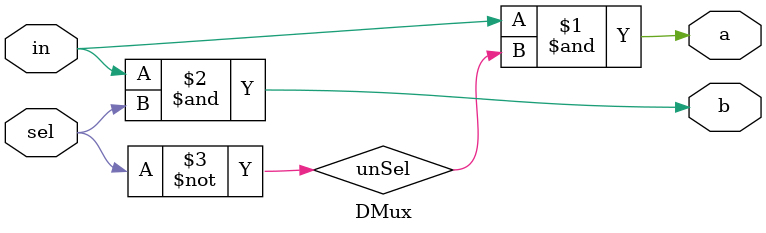
<source format=v>
module DMux(
    input in, sel,
    output a, b
);
    wire unSel;
    not gateNot(unSel, sel);
    and gateAnd1(a, in, unSel);
    and gateAnd2(b, in, sel);
endmodule
</source>
